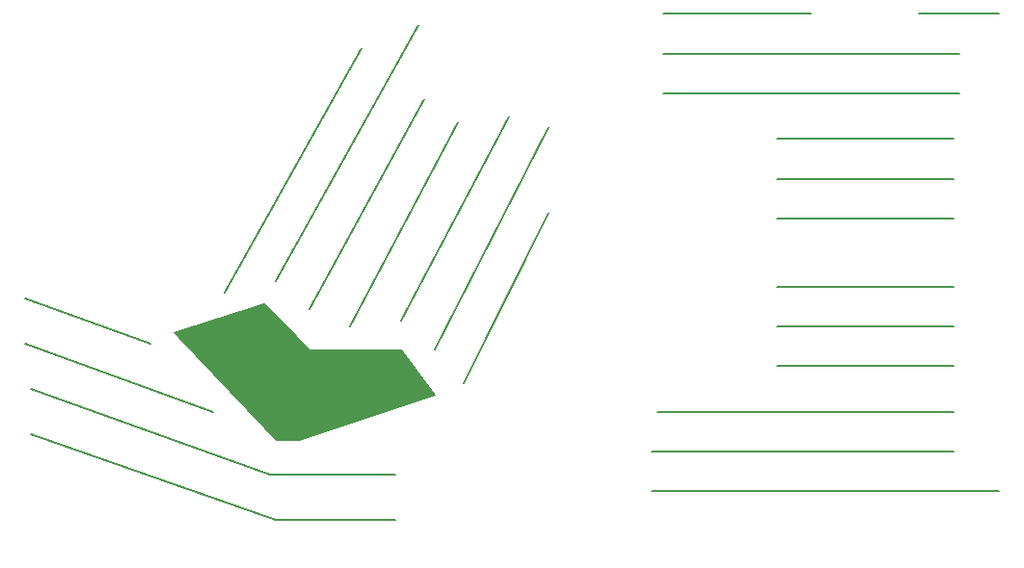
<source format=gbr>
From 50ad321f1feb6a698447b523d5b4ec000e94d3f8 Mon Sep 17 00:00:00 2001
From: jaseg <git@jaseg.net>
Date: Thu, 25 Apr 2019 14:08:42 +0900
Subject: driver: Finish R4 artwork and gerber export

---
 driver/gerber/driver-B_Mask.gbr | 83 +++--------------------------------------
 1 file changed, 5 insertions(+), 78 deletions(-)

(limited to 'driver/gerber/driver-B_Mask.gbr')

diff --git a/driver/gerber/driver-B_Mask.gbr b/driver/gerber/driver-B_Mask.gbr
index dbf8038..329d841 100644
--- a/driver/gerber/driver-B_Mask.gbr
+++ b/driver/gerber/driver-B_Mask.gbr
@@ -1,92 +1,19 @@
 G04 #@! TF.GenerationSoftware,KiCad,Pcbnew,(5.1.0-344-gd281f051e)*
-G04 #@! TF.CreationDate,2019-04-24T21:11:32+09:00*
+G04 #@! TF.CreationDate,2019-04-25T12:46:08+09:00*
 G04 #@! TF.ProjectId,driver,64726976-6572-42e6-9b69-6361645f7063,rev?*
 G04 #@! TF.SameCoordinates,Original*
 G04 #@! TF.FileFunction,Soldermask,Bot*
 G04 #@! TF.FilePolarity,Negative*
 %FSLAX46Y46*%
 G04 Gerber Fmt 4.6, Leading zero omitted, Abs format (unit mm)*
-G04 Created by KiCad (PCBNEW (5.1.0-344-gd281f051e)) date 2019-04-24 21:11:32*
+G04 Created by KiCad (PCBNEW (5.1.0-344-gd281f051e)) date 2019-04-25 12:46:08*
 %MOMM*%
 %LPD*%
 G04 APERTURE LIST*
-%ADD10C,2.500000*%
-%ADD11C,0.150000*%
-%ADD12C,0.100000*%
+%ADD10C,0.150000*%
+%ADD11C,0.100000*%
 G04 APERTURE END LIST*
 D10*
-X112000000Y-143500000D02*
-X101500000Y-143500000D01*
-X112000000Y-139500000D02*
-X101000000Y-139500000D01*
-X101500000Y-143500000D02*
-X80000000Y-136000000D01*
-X101000000Y-139500000D02*
-X80000000Y-132000000D01*
-X96000000Y-134000000D02*
-X79500000Y-128000000D01*
-X90500000Y-128000000D02*
-X79500000Y-124000000D01*
-X158000000Y-99000000D02*
-X165000000Y-99000000D01*
-X125500000Y-116500000D02*
-X118000000Y-131500000D01*
-X109000000Y-102000000D02*
-X97000000Y-123500000D01*
-X101500000Y-122500000D02*
-X114000000Y-100000000D01*
-X114500000Y-106500000D02*
-X104500000Y-125000000D01*
-X117500000Y-108500000D02*
-X108000000Y-126500000D01*
-X122000000Y-108000000D02*
-X112500000Y-126000000D01*
-X125500000Y-109000000D02*
-X115500000Y-128500000D01*
-X135500000Y-99000000D02*
-X148500000Y-99000000D01*
-X135500000Y-102500000D02*
-X161500000Y-102500000D01*
-X135500000Y-106000000D02*
-X161500000Y-106000000D01*
-X145500000Y-110000000D02*
-X161000000Y-110000000D01*
-X145500000Y-113500000D02*
-X161000000Y-113500000D01*
-X145500000Y-117000000D02*
-X161000000Y-117000000D01*
-X134500000Y-141000000D02*
-X165000000Y-141000000D01*
-X134500000Y-137500000D02*
-X161000000Y-137500000D01*
-X135000000Y-134000000D02*
-X161000000Y-134000000D01*
-X145500000Y-130000000D02*
-X161000000Y-130000000D01*
-X145500000Y-126500000D02*
-X161000000Y-126500000D01*
-X145500000Y-123000000D02*
-X161000000Y-123000000D01*
-D11*
-G36*
-X104500000Y-128500000D02*
-G01*
-X112500000Y-128500000D01*
-X115500000Y-132500000D01*
-X103500000Y-136500000D01*
-X101500000Y-136500000D01*
-X92500000Y-127000000D01*
-X100500000Y-124500000D01*
-X104500000Y-128500000D01*
-G37*
-X104500000Y-128500000D02*
-X112500000Y-128500000D01*
-X115500000Y-132500000D01*
-X103500000Y-136500000D01*
-X101500000Y-136500000D01*
-X92500000Y-127000000D01*
-X100500000Y-124500000D01*
-X104500000Y-128500000D01*
 G36*
 X131500000Y-146500000D02*
 G01*
@@ -139,7 +66,7 @@ X129300000Y-119000000D01*
 X129300000Y-108000000D01*
 X143000000Y-108000000D01*
 X143000000Y-119000000D01*
-D12*
+D11*
 G36*
 X166181632Y-146104677D02*
 G01*
-- 
cgit 


</source>
